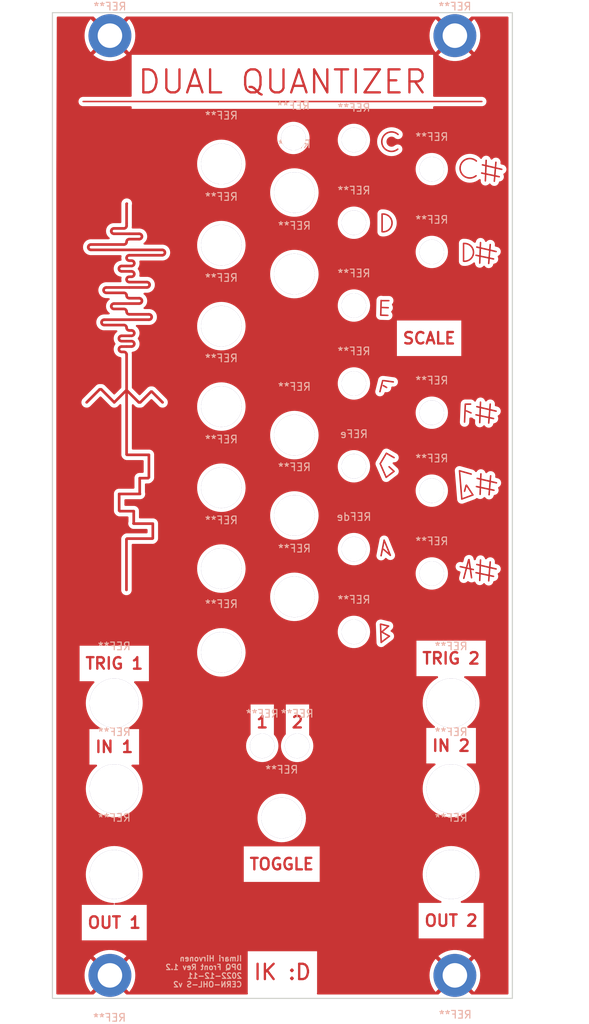
<source format=kicad_pcb>
(kicad_pcb (version 20211014) (generator pcbnew)
  (layers (0 "F.Cu" signal) (31 "B.Cu" signal) (34 "B.Paste" user) (35 "F.Paste" user) (36 "B.SilkS" user "B.Silkscreen") (37 "F.SilkS" user "F.Silkscreen") (38 "B.Mask" user) (39 "F.Mask" user) (44 "Edge.Cuts" user))
  (net 0 "")
  (net 1 "GND")
  (footprint "MountingHole:MountingHole_3.2mm_M3" (layer "F.Cu") (at 50.531 21.303)
    (fp_text reference "REF**" (at 0 -4.2) (layer "B.SilkS") (effects (justify mirror)))
    (fp_text value "MountingHole_3.2mm_M3")
    (pad "" thru_hole circle (at 0 0) (size 3.2 3.2) (drill 3.2) (layers *.Cu *.Mask))
  )
  (footprint "MountingHole:MountingHole_3.2mm_M3" (layer "F.Cu") (at 40.371 17.493)
    (fp_text reference "REF**" (at 0 -4.2) (layer "B.SilkS") (effects (justify mirror)))
    (fp_text value "MountingHole_3.2mm_M3")
    (pad "" thru_hole circle (at 0 0) (size 3.2 3.2) (drill 3.2) (layers *.Cu *.Mask))
  )
  (footprint "MountingHole:MountingHole_3.2mm_M3_DIN965_Pad" (layer "B.Cu") (at 53.543 126.403 180)
    (fp_text reference "REF**" (at -0.046 -5.114) (layer "B.SilkS") (effects (justify mirror)))
    (fp_text value "MountingHole_3.2mm_M3_DIN965_Pad")
    (pad "1" thru_hole circle (at 0 0 180) (size 5.6 5.6) (drill 3.2) (layers *.Cu *.Mask) (net 1 "GND"))
  )
  (footprint "MountingHole:MountingHole_6.4mm_M6" (layer "B.Cu") (at 9.109 113.251 180)
    (fp_text reference "REF**" (at 0 7.4) (layer "B.SilkS") (effects (justify mirror)))
    (fp_text value "MountingHole_6.4mm_M6")
    (pad "" thru_hole circle (at 0 0 180) (size 6.4 6.4) (drill 6.4) (layers *.Cu *.Mask))
  )
  (footprint "MountingHole:MountingHole_3.2mm_M3" (layer "B.Cu") (at 50.531 74.008 180)
    (fp_text reference "REF**" (at 0 4.2) (layer "B.SilkS") (effects (justify mirror)))
    (fp_text value "MountingHole_3.2mm_M3")
    (pad "" thru_hole circle (at 0 0 180) (size 3.2 3.2) (drill 3.2) (layers *.Cu *.Mask))
  )
  (footprint "MountingHole:MountingHole_5.3mm_M5" (layer "B.Cu") (at 32.604 34.983 180)
    (fp_text reference "REF**" (at 0 6.3) (layer "B.SilkS") (effects (justify mirror)))
    (fp_text value "MountingHole_5.3mm_M5")
    (pad "" thru_hole circle (at 0 0 180) (size 5.3 5.3) (drill 5.3) (layers *.Cu *.Mask))
  )
  (footprint "MountingHole:MountingHole_3.2mm_M3_DIN965_Pad" (layer "B.Cu") (at 53.543 3.903 180)
    (fp_text reference "REF**" (at 0 3.8) (layer "B.SilkS") (effects (justify mirror)))
    (fp_text value "MountingHole_3.2mm_M3_DIN965_Pad")
    (pad "1" thru_hole circle (at 0 0 180) (size 5.6 5.6) (drill 3.2) (layers *.Cu *.Mask) (net 1 "GND"))
  )
  (footprint "MountingHole:MountingHole_3.2mm_M3" (layer "B.Cu") (at 50.531 53.053 180)
    (fp_text reference "REF**" (at 0 4.2) (layer "B.SilkS") (effects (justify mirror)))
    (fp_text value "MountingHole_3.2mm_M3")
    (pad "" thru_hole circle (at 0 0 180) (size 3.2 3.2) (drill 3.2) (layers *.Cu *.Mask))
  )
  (footprint "MountingHole:MountingHole_5.3mm_M5" (layer "B.Cu") (at 32.604 24.351 180)
    (fp_text reference "REF**" (at 0 6.3) (layer "B.SilkS") (effects (justify mirror)))
    (fp_text value "MountingHole_5.3mm_M5")
    (pad "" thru_hole circle (at 0 0 180) (size 5.3 5.3) (drill 5.3) (layers *.Cu *.Mask))
  )
  (footprint "MountingHole:MountingHole_6.4mm_M6" (layer "B.Cu") (at 9.109 90.899 180)
    (fp_text reference "REF**" (at 0 7.4) (layer "B.SilkS") (effects (justify mirror)))
    (fp_text value "MountingHole_6.4mm_M6")
    (pad "" thru_hole circle (at 0 0 180) (size 6.4 6.4) (drill 6.4) (layers *.Cu *.Mask))
  )
  (footprint "MountingHole:MountingHole_5.3mm_M5" (layer "B.Cu") (at 23.079 52.254 180)
    (fp_text reference "REF**" (at 0 6.3) (layer "B.SilkS") (effects (justify mirror)))
    (fp_text value "MountingHole_5.3mm_M5")
    (pad "" thru_hole circle (at 0 0 180) (size 5.3 5.3) (drill 5.3) (layers *.Cu *.Mask))
  )
  (footprint "MountingHole:MountingHole_3.2mm_M3" (layer "B.Cu") (at 50.531 63.213 180)
    (fp_text reference "REF**" (at 0 4.2) (layer "B.SilkS") (effects (justify mirror)))
    (fp_text value "MountingHole_3.2mm_M3")
    (pad "" thru_hole circle (at 0 0 180) (size 3.2 3.2) (drill 3.2) (layers *.Cu *.Mask))
  )
  (footprint "MountingHole:MountingHole_5.3mm_M5" (layer "B.Cu") (at 23.079 31.209 180)
    (fp_text reference "REF**" (at 0 6.3) (layer "B.SilkS") (effects (justify mirror)))
    (fp_text value "MountingHole_5.3mm_M5")
    (pad "" thru_hole circle (at 0 0 180) (size 5.3 5.3) (drill 5.3) (layers *.Cu *.Mask))
  )
  (footprint "MountingHole:MountingHole_3.2mm_M3" (layer "B.Cu") (at 40.371 49.243 180)
    (fp_text reference "REF**" (at 0 4.2) (layer "B.SilkS") (effects (justify mirror)))
    (fp_text value "MountingHole_3.2mm_M3")
    (pad "" thru_hole circle (at 0 0 180) (size 3.2 3.2) (drill 3.2) (layers *.Cu *.Mask))
  )
  (footprint "MountingHole:MountingHole_3.2mm_M3" (layer "B.Cu") (at 40.371 28.288 180)
    (fp_text reference "REF**" (at 0 4.2) (layer "B.SilkS") (effects (justify mirror)))
    (fp_text value "MountingHole_3.2mm_M3")
    (pad "" thru_hole circle (at 0 0 180) (size 3.2 3.2) (drill 3.2) (layers *.Cu *.Mask))
  )
  (footprint "MountingHole:MountingHole_3.2mm_M3" (layer "B.Cu") (at 40.371 60.038 180)
    (fp_text reference "REFe" (at 0 4.2) (layer "B.SilkS") (effects (justify mirror)))
    (fp_text value "MountingHole_3.2mm_M3")
    (pad "" thru_hole circle (at 0 0 180) (size 3.2 3.2) (drill 3.2) (layers *.Cu *.Mask))
  )
  (footprint "MountingHole:MountingHole_5.3mm_M5" (layer "B.Cu") (at 32.604 55.974 180)
    (fp_text reference "REF**" (at 0 6.3) (layer "B.SilkS") (effects (justify mirror)))
    (fp_text value "MountingHole_5.3mm_M5")
    (pad "" thru_hole circle (at 0 0 180) (size 5.3 5.3) (drill 5.3) (layers *.Cu *.Mask))
  )
  (footprint "MountingHole:MountingHole_3.2mm_M3" (layer "B.Cu") (at 50.531 32.098 180)
    (fp_text reference "REF**" (at 0 4.2) (layer "B.SilkS") (effects (justify mirror)))
    (fp_text value "MountingHole_3.2mm_M3")
    (pad "" thru_hole circle (at 0 0 180) (size 3.2 3.2) (drill 3.2) (layers *.Cu *.Mask))
  )
  (footprint "MountingHole:MountingHole_3.2mm_M3" (layer "B.Cu") (at 32.477 17.239 180)
    (fp_text reference "REF**" (at 0 4.2) (layer "B.SilkS") (effects (justify mirror)))
    (fp_text value "MountingHole_3.2mm_M3")
    (pad "" thru_hole circle (at 0 0 180) (size 3.2 3.2) (drill 3.2) (layers *.Cu *.Mask))
  )
  (footprint "MountingHole:MountingHole_5.3mm_M5" (layer "B.Cu") (at 23.079 73.373 180)
    (fp_text reference "REF**" (at 0 6.3) (layer "B.SilkS") (effects (justify mirror)))
    (fp_text value "MountingHole_5.3mm_M5")
    (pad "" thru_hole circle (at 0 0 180) (size 5.3 5.3) (drill 5.3) (layers *.Cu *.Mask))
  )
  (footprint "MountingHole:MountingHole_6.4mm_M6" (layer "B.Cu") (at 53.051 113.251 180)
    (fp_text reference "REF**" (at 0 7.4) (layer "B.SilkS") (effects (justify mirror)))
    (fp_text value "MountingHole_6.4mm_M6")
    (pad "" thru_hole circle (at 0 0 180) (size 6.4 6.4) (drill 6.4) (layers *.Cu *.Mask))
  )
  (footprint "MountingHole:MountingHole_3.2mm_M3" (layer "B.Cu") (at 28.413 96.487 180)
    (fp_text reference "REF**" (at 0 4.2) (layer "B.SilkS") (effects (justify mirror)))
    (fp_text value "MountingHole_3.2mm_M3")
    (pad "" thru_hole circle (at 0 0 180) (size 3.2 3.2) (drill 3.2) (layers *.Cu *.Mask))
  )
  (footprint "MountingHole:MountingHole_3.2mm_M3" (layer "B.Cu") (at 40.371 81.628 180)
    (fp_text reference "REF**" (at 0 4.2) (layer "B.SilkS") (effects (justify mirror)))
    (fp_text value "MountingHole_3.2mm_M3")
    (pad "" thru_hole circle (at 0 0 180) (size 3.2 3.2) (drill 3.2) (layers *.Cu *.Mask))
  )
  (footprint "MountingHole:MountingHole_6.4mm_M6" (layer "B.Cu") (at 53.051 102.075 180)
    (fp_text reference "REF**" (at 0 7.4) (layer "B.SilkS") (effects (justify mirror)))
    (fp_text value "MountingHole_6.4mm_M6")
    (pad "" thru_hole circle (at 0 0 180) (size 6.4 6.4) (drill 6.4) (layers *.Cu *.Mask))
  )
  (footprint "MountingHole:MountingHole_3.2mm_M3" (layer "B.Cu") (at 32.965 96.487 180)
    (fp_text reference "REF**" (at 0 4.2) (layer "B.SilkS") (effects (justify mirror)))
    (fp_text value "MountingHole_3.2mm_M3")
    (pad "" thru_hole circle (at 0 0 180) (size 3.2 3.2) (drill 3.2) (layers *.Cu *.Mask))
  )
  (footprint "MountingHole:MountingHole_3.2mm_M3_DIN965_Pad" (layer "B.Cu") (at 8.543 3.903 180)
    (fp_text reference "REF**" (at 0 3.8) (layer "B.SilkS") (effects (justify mirror)))
    (fp_text value "MountingHole_3.2mm_M3_DIN965_Pad")
    (pad "1" thru_hole circle (at 0 0 180) (size 5.6 5.6) (drill 3.2) (layers *.Cu *.Mask) (net 1 "GND"))
  )
  (footprint "MountingHole:MountingHole_5.3mm_M5" (layer "B.Cu") (at 23.079 41.771 180)
    (fp_text reference "REF**" (at 0 6.3) (layer "B.SilkS") (effects (justify mirror)))
    (fp_text value "MountingHole_5.3mm_M5")
    (pad "" thru_hole circle (at 0 0 180) (size 5.3 5.3) (drill 5.3) (layers *.Cu *.Mask))
  )
  (footprint "MountingHole:MountingHole_3.2mm_M3" (layer "B.Cu") (at 40.371 70.833 180)
    (fp_text reference "REFde" (at 0 4.2) (layer "B.SilkS") (effects (justify mirror)))
    (fp_text value "MountingHole_3.2mm_M3")
    (pad "" thru_hole circle (at 0 0 180) (size 3.2 3.2) (drill 3.2) (layers *.Cu *.Mask))
  )
  (footprint "MountingHole:MountingHole_3.2mm_M3" (layer "B.Cu") (at 40.371 39.083 180)
    (fp_text reference "REF**" (at 0 4.2) (layer "B.SilkS") (effects (justify mirror)))
    (fp_text value "MountingHole_3.2mm_M3")
    (pad "" thru_hole circle (at 0 0 180) (size 3.2 3.2) (drill 3.2) (layers *.Cu *.Mask))
  )
  (footprint "MountingHole:MountingHole_3.2mm_M3_DIN965_Pad" (layer "B.Cu") (at 8.543 126.403 180)
    (fp_text reference "REF**" (at 0.054 -5.514) (layer "B.SilkS") (effects (justify mirror)))
    (fp_text value "MountingHole_3.2mm_M3_DIN965_Pad")
    (pad "1" thru_hole circle locked (at 0 0 180) (size 5.6 5.6) (drill 3.2) (layers *.Cu *.Mask) (net 1 "GND"))
  )
  (footprint "MountingHole:MountingHole_5.3mm_M5" (layer "B.Cu") (at 23.079 84.295 180)
    (fp_text reference "REF**" (at 0 6.3) (layer "B.SilkS") (effects (justify mirror)))
    (fp_text value "MountingHole_5.3mm_M5")
    (pad "" thru_hole circle (at 0 0 180) (size 5.3 5.3) (drill 5.3) (layers *.Cu *.Mask))
  )
  (footprint "MountingHole:MountingHole_5.3mm_M5" (layer "B.Cu") (at 23.079 62.832 180)
    (fp_text reference "REF**" (at 0 6.3) (layer "B.SilkS") (effects (justify mirror)))
    (fp_text value "MountingHole_5.3mm_M5")
    (pad "" thru_hole circle (at 0 0 180) (size 5.3 5.3) (drill 5.3) (layers *.Cu *.Mask))
  )
  (footprint "MountingHole:MountingHole_5.3mm_M5" (layer "B.Cu") (at 30.953 105.885 180)
    (fp_text reference "REF**" (at 0 6.3) (layer "B.SilkS") (effects (justify mirror)))
    (fp_text value "MountingHole_5.3mm_M5")
    (pad "" thru_hole circle (at 0 0 180) (size 5.3 5.3) (drill 5.3) (layers *.Cu *.Mask))
  )
  (footprint "MountingHole:MountingHole_5.3mm_M5" (layer "B.Cu") (at 32.604 77.056 180)
    (fp_text reference "REF**" (at 0 6.3) (layer "B.SilkS") (effects (justify mirror)))
    (fp_text value "MountingHole_5.3mm_M5")
    (pad "" thru_hole circle (at 0 0 180) (size 5.3 5.3) (drill 5.3) (layers *.Cu *.Mask))
  )
  (footprint "MountingHole:MountingHole_6.4mm_M6" (layer "B.Cu") (at 53.051 90.899 180)
    (fp_text reference "REF**" (at 0 7.4) (layer "B.SilkS") (effects (justify mirror)))
    (fp_text value "MountingHole_6.4mm_M6")
    (pad "" thru_hole circle (at 0 0 180) (size 6.4 6.4) (drill 6.4) (layers *.Cu *.Mask))
  )
  (footprint "MountingHole:MountingHole_6.4mm_M6" (layer "B.Cu") (at 9.109 102.075 180)
    (fp_text reference "REF**" (at 0 7.4) (layer "B.SilkS") (effects (justify mirror)))
    (fp_text value "MountingHole_6.4mm_M6")
    (pad "" thru_hole circle (at 0 0 180) (size 6.4 6.4) (drill 6.4) (layers *.Cu *.Mask))
  )
  (footprint "MountingHole:MountingHole_5.3mm_M5" (layer "B.Cu") (at 23.079 20.619 180)
    (fp_text reference "REF**" (at 0 6.3) (layer "B.SilkS") (effects (justify mirror)))
    (fp_text value "MountingHole_5.3mm_M5")
    (pad "" thru_hole circle (at 0 0 180) (size 5.3 5.3) (drill 5.3) (layers *.Cu *.Mask))
  )
  (footprint "MountingHole:MountingHole_5.3mm_M5" (layer "B.Cu") (at 32.604 66.45 180)
    (fp_text reference "REF**" (at 0 6.3) (layer "B.SilkS") (effects (justify mirror)))
    (fp_text value "MountingHole_5.3mm_M5")
    (pad "" thru_hole circle (at 0 0 180) (size 5.3 5.3) (drill 5.3) (layers *.Cu *.Mask))
  )
  (gr_line (start 58.1564 72.5094) (end 57.9532 74.9732) (layer "F.Cu") (width 0.2))
  (gr_line (start 43.873 40.338) (end 44.793 40.368) (layer "F.Cu") (width 0.2))
  (gr_arc (start 56.3022 22.1666) (mid 54.222437 21.162854) (end 56.342201 20.246601) (layer "F.Cu") (width 0.2))
  (gr_line (start 55.0322 51.9354) (end 55.591 51.9354) (layer "F.Cu") (width 0.2))
  (gr_line (start 56.4038 31.463) (end 58.9184 32.0472) (layer "F.Cu") (width 0.2))
  (gr_line (start 43.923 38.418) (end 43.873 40.338) (layer "F.Cu") (width 0.2))
  (gr_line (start 45.6088 60.6984) (end 44.9588 60.0984) (layer "F.Cu") (width 0.2))
  (gr_line (start 43.9162 71.6958) (end 44.3162 69.6758) (layer "F.Cu") (width 0.2))
  (gr_arc (start 46.088363 18.699943) (mid 44.0086 17.696197) (end 46.128364 16.779944) (layer "F.Cu") (width 0.2))
  (gr_line (start 44.04694 27.15108) (end 44.04694 29.46108) (layer "F.Cu") (width 0.2))
  (gr_line (start 57.0388 21.811) (end 59.3248 22.2936) (layer "F.Cu") (width 0.2))
  (gr_line (start 56.9372 61.0286) (end 56.8356 63.6956) (layer "F.Cu") (width 0.2))
  (gr_line (start 57.1404 20.7442) (end 59.655 21.3284) (layer "F.Cu") (width 0.2))
  (gr_line (start 54.1432 60.6222) (end 54.448 64.3052) (layer "F.Cu") (width 0.2))
  (gr_line (start 45.6088 58.9084) (end 44.6088 58.3384) (layer "F.Cu") (width 0.2))
  (gr_line (start 56.8864 72.2554) (end 56.7848 74.9224) (layer "F.Cu") (width 0.2))
  (gr_line (start 55.0576 52.8244) (end 55.6418 53.0784) (layer "F.Cu") (width 0.2))
  (gr_line (start 54.448 64.3052) (end 55.8958 63.7718) (layer "F.Cu") (width 0.2))
  (gr_arc (start 44.05694 27.16108) (mid 45.345655 28.286375) (end 44.110768 29.470491) (layer "F.Cu") (width 0.2))
  (gr_line (start 55.337 72.23) (end 54.702 74.643) (layer "F.Cu") (width 0.2))
  (gr_line (start 56.353 62.6796) (end 58.639 63.1622) (layer "F.Cu") (width 0.2))
  (gr_line (start 58.1564 51.9354) (end 57.9532 54.3992) (layer "F.Cu") (width 0.2))
  (gr_line (start 56.3022 32.5298) (end 58.5882 33.0124) (layer "F.Cu") (width 0.2))
  (gr_arc (start 54.683285 30.9981) (mid 55.972 32.123395) (end 54.737113 33.307511) (layer "F.Cu") (width 0.2))
  (gr_line (start 56.4546 61.6128) (end 58.9692 62.197) (layer "F.Cu") (width 0.2))
  (gr_line (start 55.6672 61.054) (end 54.1432 60.6222) (layer "F.Cu") (width 0.2))
  (gr_line (start 45.1262 71.6458) (end 44.2462 70.8658) (layer "F.Cu") (width 0.2))
  (gr_line (start 55.9466 73.5) (end 54.2448 73.119) (layer "F.Cu") (width 0.2))
  (gr_line (start 43.953 38.448) (end 44.923 38.448) (layer "F.Cu") (width 0.2))
  (gr_line (start 56.4038 52.2656) (end 58.9184 52.8498) (layer "F.Cu") (width 0.2))
  (gr_line (start 44.3162 69.6758) (end 45.1262 71.6458) (layer "F.Cu") (width 0.2))
  (gr_line (start 43.7988 59.6984) (end 44.5788 61.4784) (layer "F.Cu") (width 0.2))
  (gr_line (start 43.8392 80.6268) (end 43.9292 82.9968) (layer "F.Cu") (width 0.2))
  (gr_line (start 54.9052 51.9354) (end 54.8036 54.2722) (layer "F.Cu") (width 0.2))
  (gr_line (start 58.1564 31.1328) (end 57.9532 33.5966) (layer "F.Cu") (width 0.2))
  (gr_line (start 5.0546 12.4892) (end 57.0546 12.4892) (layer "F.Cu") (width 0.2))
  (gr_line (start 57.623 20.16) (end 57.5214 22.827) (layer "F.Cu") (width 0.2))
  (gr_line (start 43.99 81.6484) (end 44.89 80.8684) (layer "F.Cu") (width 0.2))
  (gr_line (start 54.8036 63.2892) (end 55.0068 62.5272) (layer "F.Cu") (width 0.2))
  (gr_line (start 56.8864 51.6814) (end 56.7848 54.3484) (layer "F.Cu") (width 0.2))
  (gr_line (start 44.5788 61.4784) (end 45.6088 60.6984) (layer "F.Cu") (width 0.2))
  (gr_line (start 44.9992 82.1868) (end 44.1492 81.7168) (layer "F.Cu") (width 0.2))
  (gr_line (start 56.3022 53.3324) (end 58.5882 53.815) (layer "F.Cu") (width 0.2))
  (gr_line (start 56.3022 73.9064) (end 58.5882 74.389) (layer "F.Cu") (width 0.2))
  (gr_line (start 56.8864 30.8788) (end 56.7848 33.5458) (layer "F.Cu") (width 0.2))
  (gr_line (start 44.2072 49.5198) (end 44.6372 49.7698) (layer "F.Cu") (width 0.2))
  (gr_line (start 58.893 20.414) (end 58.6898 22.8778) (layer "F.Cu") (width 0.2))
  (gr_line (start 58.2072 61.2826) (end 58.004 63.7464) (layer "F.Cu") (width 0.2))
  (gr_line (start 55.8958 63.7718) (end 55.0576 62.5018) (layer "F.Cu") (width 0.2))
  (gr_line (start 44.6088 58.3384) (end 43.7988 59.6984) (layer "F.Cu") (width 0.2))
  (gr_line (start 44.2572 48.8698) (end 45.5072 49.0398) (layer "F.Cu") (width 0.2))
  (gr_line (start 44.89 80.8684) (end 43.88 80.6184) (layer "F.Cu") (width 0.2))
  (gr_line (start 56.4038 72.8396) (end 58.9184 73.4238) (layer "F.Cu") (width 0.2))
  (gr_line (start 54.673285 30.9881) (end 54.673285 33.2981) (layer "F.Cu") (width 0.2))
  (gr_line (start 44.063 39.338) (end 44.843 39.368) (layer "F.Cu") (width 0.2))
  (gr_line (start 43.9292 82.9968) (end 44.9992 82.1868) (layer "F.Cu") (width 0.2))
  (gr_line (start 44.1272 48.8698) (end 43.7672 50.3098) (layer "F.Cu") (width 0.2))
  (gr_line (start 55.3878 72.2046) (end 55.718 74.5668) (layer "F.Cu") (width 0.2))
  (gr_rect (start 1.043 0.903) (end 61.043 129.403) (layer "Edge.Cuts") (width 0.15) (fill none))
  (gr_text "1" (at 28.413 93.403) (layer "F.Cu") (effects (font (size 1.5 1.5) (thickness 0.3))))
  (gr_text "DUAL QUANTIZER" (at 31.043 9.9238) (layer "F.Cu") (effects (font (size 3 3) (thickness 0.3))))
  (gr_text "TRIG 2" (at 53.051 85.0824) (layer "F.Cu") (effects (font (size 1.5 1.5) (thickness 0.3))))
  (gr_text "OUT 2\n" (at 53.051 119.2708) (layer "F.Cu") (effects (font (size 1.5 1.5) (thickness 0.3))))
  (gr_text "SCALE" (at 50.1808 43.3502) (layer "F.Cu") (effects (font (size 1.5 1.5) (thickness 0.3))))
  (gr_text "IK :D" (at 31.043 125.9764) (layer "F.Cu") (effects (font (size 2 2) (thickness 0.3))))
  (gr_text "2" (at 33.0104 93.403) (layer "F.Cu") (effects (font (size 1.5 1.5) (thickness 0.3))))
  (gr_text "TRIG 1" (at 9.109 85.7428) (layer "F.Cu") (effects (font (size 1.5 1.5) (thickness 0.3))))
  (gr_text "IN 2" (at 53.051 96.4616) (layer "F.Cu") (effects (font (size 1.5 1.5) (thickness 0.3))))
  (gr_text "OUT 1" (at 9.109 119.5248) (layer "F.Cu") (effects (font (size 1.5 1.5) (thickness 0.3))))
  (gr_text "IN 1\n" (at 9.109 96.614) (layer "F.Cu") (effects (font (size 1.5 1.5) (thickness 0.3))))
  (gr_text "TOGGLE" (at 30.953 111.903) (layer "F.Cu") (effects (font (size 1.5 1.5) (thickness 0.3))))
  (gr_text "Ilmari Hirvonen\nDPQ Front Rev 1.2\n2022-12-11 \nCERN-OHL-S v2" (at 25.8476 125.9002) (layer "B.SilkS") (effects (font (size 0.7 0.7)) (justify left mirror)))
  (segment (start 10.7192 25.8268) (end 10.743 25.803) (width 0.35) (layer "F.Cu") (net 0))
  (segment (start 5.5092 51.7066) (end 7.2092 50.0066) (width 0.35) (layer "F.Cu") (net 0))
  (segment (start 15.3692 31.8292) (end 11.0692 31.8292) (width 0.35) (layer "F.Cu") (net 0))
  (segment (start 11.3692 34.6292) (end 11.0692 34.6292) (width 0.35) (layer "F.Cu") (net 0))
  (segment (start 12.3092 51.7066) (end 12.5092 51.7066) (width 0.35) (layer "F.Cu") (net 0))
  (segment (start 6.0692 31.1292) (end 10.3692 31.1292) (width 0.35) (layer "F.Cu") (net 0))
  (segment (start 11.0692 30.4292) (end 12.3692 30.4292) (width 0.35) (layer "F.Cu") (net 0))
  (segment (start 9.7492 65.8066) (end 9.7492 63.6466) (width 0.35) (layer "F.Cu") (net 0))
  (segment (start 10.3692 37.4292) (end 8.0692 37.4292) (width 0.35) (layer "F.Cu") (net 0))
  (segment (start 10.3692 39.5292) (end 9.0692 39.5292) (width 0.35) (layer "F.Cu") (net 0))
  (segment (start 10.6992 76.1566) (end 10.6992 69.5466) (width 0.35) (layer "F.Cu") (net 0))
  (segment (start 14.1392 67.5166) (end 11.6492 67.5166) (width 0.35) (layer "F.Cu") (net 0))
  (segment (start 12.3692 29.7292) (end 11.0692 29.7292) (width 0.35) (layer "F.Cu") (net 0))
  (segment (start 10.3692 45.1292) (end 10.0692 45.1292) (width 0.35) (layer "F.Cu") (net 0))
  (segment (start 13.3692 36.0292) (end 11.0692 36.0292) (width 0.35) (layer "F.Cu") (net 0))
  (segment (start 11.6192 67.4866) (end 11.6492 67.4566) (width 0.35) (layer "F.Cu") (net 0))
  (segment (start 12.4592 63.6466) (end 12.4292 63.6166) (width 0.35) (layer "F.Cu") (net 0))
  (segment (start 12.4292 61.5866) (end 13.5192 61.5866) (width 0.35) (layer "F.Cu") (net 0))
  (segment (start 11.0692 38.8292) (end 12.3692 38.8292) (width 0.35) (layer "F.Cu") (net 0))
  (segment (start 10.3692 41.6292) (end 7.79979 41.6292) (width 0.35) (layer "F.Cu") (net 0))
  (segment (start 11.6492 65.8866) (end 9.8292 65.8866) (width 0.35) (layer "F.Cu") (net 0))
  (segment (start 10.7192 28.6792) (end 10.7192 28.36164) (width 0.35) (layer "F.Cu") (net 0))
  (segment (start 10.7192 58.4966) (end 10.7192 45.4792) (width 0.35) (layer "F.Cu") (net 0))
  (segment (start 13.5192 61.5866) (end 13.6292 61.4766) (width 0.35) (layer "F.Cu") (net 0))
  (segment (start 13.6292 61.4766) (end 13.6292 58.5466) (width 0.35) (layer "F.Cu") (net 0))
  (segment (start 13.63861 40.2292) (end 11.0692 40.2292) (width 0.35) (layer "F.Cu") (net 0))
  (segment (start 11.0692 31.8292) (end 6.0692 31.8292) (width 0.35) (layer "F.Cu") (net 0))
  (segment (start 12.5092 51.7066) (end 13.9092 50.3066) (width 0.35) (layer "F.Cu") (net 0))
  (segment (start 9.7492 63.6466) (end 12.4592 63.6466) (width 0.35) (layer "F.Cu") (net 0))
  (segment (start 7.4092 50.0066) (end 9.1092 51.7066) (width 0.35) (layer "F.Cu") (net 0))
  (segment (start 14.0092 50.3066) (end 15.4092 51.7066) (width 0.35) (layer "F.Cu") (net 0))
  (segment (start 11.3692 33.2292) (end 11.0692 33.2292) (width 0.35) (layer "F.Cu") (net 0))
  (segment (start 10.0692 33.9292) (end 10.7192 33.9292) (width 0.35) (layer "F.Cu") (net 0))
  (segment (start 13.9092 50.3066) (end 14.0092 50.3066) (width 0.35) (layer "F.Cu") (net 0))
  (segment (start 13.6292 58.5466) (end 10.7692 58.5466) (width 0.35) (layer "F.Cu") (net 0))
  (segment (start 10.6992 69.5466) (end 10.7792 69.4666) (width 0.35) (layer "F.Cu") (net 0))
  (segment (start 11.0692 35.3292) (end 11.3692 35.3292) (width 0.35) (layer "F.Cu") (net 0))
  (segment (start 12.3692 38.1292) (end 11.0692 38.1292) (width 0.35) (layer "F.Cu") (net 0))
  (segment (start 11.0692 40.9292) (end 13.63861 40.9292) (width 0.35) (layer "F.Cu") (net 0))
  (segment (start 11.0692 29.7292) (end 9.0692 29.7292) (width 0.35) (layer "F.Cu") (net 0))
  (segment (start 10.0692 43.0292) (end 11.0692 43.0292) (width 0.35) (layer "F.Cu") (net 0))
  (segment (start 11.0692 34.6292) (end 10.0692 34.6292) (width 0.35) (layer "F.Cu") (net 0))
  (segment (start 9.1092 51.7066) (end 10.7092 50.1066) (width 0.35) (layer "F.Cu") (net 0))
  (segment (start 10.7192 44.4292) (end 11.3692 44.4292) (width 0.35) (layer "F.Cu") (net 0))
  (segment (start 14.1392 69.4066) (end 14.1392 67.5166) (width 0.35) (layer "F.Cu") (net 0))
  (segment (start 10.0692 44.4292) (end 10.7192 44.4292) (width 0.35) (layer "F.Cu") (net 0))
  (segment (start 11.0692 43.0292) (end 11.3692 43.0292) (width 0.35) (layer "F.Cu") (net 0))
  (segment (start 10.7192 28.36164) (end 10.7192 25.8268) (width 0.35) (layer "F.Cu") (net 0))
  (segment (start 7.2092 50.0066) (end 7.4092 50.0066) (width 0.35) (layer "F.Cu") (net 0))
  (segment (start 12.4292 63.6166) (end 12.4292 61.5866) (width 0.35) (layer "F.Cu") (net 0))
  (segment (start 10.7692 58.5466) (end 10.7192 58.4966) (width 0.35) (layer "F.Cu") (net 0))
  (segment (start 11.6492 67.4566) (end 11.6492 65.8866) (width 0.35) (layer "F.Cu") (net 0))
  (segment (start 10.7192 33.9292) (end 11.3692 33.9292) (width 0.35) (layer "F.Cu") (net 0))
  (segment (start 9.0692 29.0292) (end 10.3692 29.0292) (width 0.35) (layer "F.Cu") (net 0))
  (segment (start 11.6492 67.5166) (end 11.6192 67.4866) (width 0.35) (layer "F.Cu") (net 0))
  (segment (start 11.0692 32.5292) (end 15.3692 32.5292) (width 0.35) (layer "F.Cu") (net 0))
  (segment (start 7.79979 40.9292) (end 11.0692 40.9292) (width 0.35) (layer "F.Cu") (net 0))
  (segment (start 10.7792 69.4666) (end 14.0792 69.4666) (width 0.35) (layer "F.Cu") (net 0))
  (segment (start 9.8292 65.8866) (end 9.7492 65.8066) (width 0.35) (layer "F.Cu") (net 0))
  (segment (start 10.7192 43.7292) (end 10.0692 43.7292) (width 0.35) (layer "F.Cu") (net 0))
  (segment (start 11.0692 36.7292) (end 13.3692 36.7292) (width 0.35) (layer "F.Cu") (net 0))
  (segment (start 9.0692 38.8292) (end 11.0692 38.8292) (width 0.35) (layer "F.Cu") (net 0))
  (segment (start 10.7092 50.1066) (end 12.3092 51.7066) (width 0.35) (layer "F.Cu") (net 0))
  (segment (start 14.0792 69.4666) (end 14.1392 69.4066) (width 0.35) (layer "F.Cu") (net 0))
  (segment (start 11.3692 42.3292) (end 11.0692 42.3292) (width 0.35) (layer "F.Cu") (net 0))
  (segment (start 11.3692 43.7292) (end 10.7192 43.7292) (width 0.35) (layer "F.Cu") (net 0))
  (segment (start 8.0692 36.7292) (end 11.0692 36.7292) (width 0.35) (layer "F.Cu") (net 0))
  (arc (start 5.7192 31.4792) (mid 5.821713 31.231713) (end 6.0692 31.1292) (width 0.35) (layer "F.Cu") (net 0))
  (arc (start 13.98861 40.5792) (mid 13.886097 40.331713) (end 13.63861 40.2292) (width 0.35) (layer "F.Cu") (net 0))
  (arc (start 11.0692 42.3292) (mid 10.821713 42.226687) (end 10.7192 41.9792) (width 0.35) (layer "F.Cu") (net 0))
  (arc (start 10.7192 32.8792) (mid 10.821713 32.631713) (end 11.0692 32.5292) (width 0.35) (layer "F.Cu") (net 0))
  (arc (start 6.0692 31.8292) (mid 5.821713 31.726687) (end 5.7192 31.4792) (width 0.35) (layer "F.Cu") (net 0))
  (arc (start 11.0692 36.0292) (mid 10.821713 35.926687) (end 10.7192 35.6792) (width 0.35) (layer "F.Cu") (net 0))
  (arc (start 11.3692 44.4292) (mid 11.616687 44.326687) (end 11.7192 44.0792) (width 0.35) (layer "F.Cu") (net 0))
  (arc (start 11.7192 42.6792) (mid 11.616687 42.431713) (end 11.3692 42.3292) (width 0.35) (layer "F.Cu") (net 0))
  (arc (start 13.3692 36.7292) (mid 13.616687 36.626687) (end 13.7192 36.3792) (width 0.35) (layer "F.Cu") (net 0))
  (arc (start 11.3692 33.9292) (mid 11.616687 33.826687) (end 11.7192 33.5792) (width 0.35) (layer "F.Cu") (net 0))
  (arc (start 8.7192 39.1792) (mid 8.821713 38.931713) (end 9.0692 38.8292) (width 0.35) (layer "F.Cu") (net 0))
  (arc (start 10.0692 34.6292) (mid 9.821713 34.526687) (end 9.7192 34.2792) (width 0.35) (layer "F.Cu") (net 0))
  (arc (start 12.7192 30.0792) (mid 12.616687 29.831713) (end 12.3692 29.7292) (width 0.35) (layer "F.Cu") (net 0))
  (arc (start 15.7192 32.1792) (mid 15.616687 31.931713) (end 15.3692 31.8292) (width 0.35) (layer "F.Cu") (net 0))
  (arc (start 11.3692 35.3292) (mid 11.616687 35.226687) (end 11.7192 34.9792) (width 0.35) (layer "F.Cu") (net 0))
  (arc (start 9.7192 34.2792) (mid 9.821713 34.031713) (end 10.0692 33.9292) (width 0.35) (layer "F.Cu") (net 0))
  (arc (start 10.0692 45.1292) (mid 9.821713 45.026687) (end 9.7192 44.7792) (width 0.35) (layer "F.Cu") (net 0))
  (arc (start 9.0692 39.5292) (mid 8.821713 39.426687) (end 8.7192 39.1792) (width 0.35) (layer "F.Cu") (net 0))
  (arc (start 11.0692 38.1292) (mid 10.821713 38.026687) (end 10.7192 37.7792) (width 0.35) (layer "F.Cu") (net 0))
  (arc (start 7.79979 41.6292) (mid 7.552303 41.526687) (end 7.44979 41.2792) (width 0.35) (layer "F.Cu") (net 0))
  (arc (start 10.7192 30.7792) (mid 10.821713 30.531713) (end 11.0692 30.4292) (width 0.35) (layer "F.Cu") (net 0))
  (arc (start 10.3692 29.0292) (mid 10.616687 28.926687) (end 10.7192 28.6792) (width 0.35) (layer "F.Cu") (net 0))
  (arc (start 12.3692 38.8292) (mid 12.616687 38.726687) (end 12.7192 38.4792) (width 0.35) (layer "F.Cu") (net 0))
  (arc (start 10.3692 31.1292) (mid 10.616687 31.026687) (end 10.7192 30.7792) (width 0.35) (layer "F.Cu") (net 0))
  (arc (start 10.7192 41.9792) (mid 10.616687 41.731713) (end 10.3692 41.6292) (width 0.35) (layer "F.Cu") (net 0))
  (arc (start 9.0692 29.7292) (mid 8.821713 29.626687) (end 8.7192 29.3792) (width 0.35) (layer "F.Cu") (net 0))
  (arc (start 11.7192 44.0792) (mid 11.616687 43.831713) (end 11.3692 43.7292) (width 0.35) (layer "F.Cu") (net 0))
  (arc (start 11.0692 40.2292) (mid 10.821713 40.126687) (end 10.7192 39.8792) (width 0.35) (layer "F.Cu") (net 0))
  (arc (start 10.7192 39.8792) (mid 10.616687 39.631713) (end 10.3692 39.5292) (width 0.35) (layer "F.Cu") (net 0))
  (arc (start 10.7192 45.4792) (mid 10.616687 45.231713) (end 10.3692 45.1292) (width 0.35) (layer "F.Cu") (net 0))
  (arc (start 9.7192 44.7792) (mid 9.821713 44.531713) (end 10.0692 44.4292) (width 0.35) (layer "F.Cu") (net 0))
  (arc (start 8.7192 29.3792) (mid 8.821713 29.131713) (end 9.0692 29.0292) (width 0.35) (layer "F.Cu") (net 0))
  (arc (start 7.7192 37.0792) (mid 7.821713 36.831713) (end 8.0692 36.7292) (width 0.35) (layer "F.Cu") (net 0))
  (arc (start 11.7192 34.9792) (mid 11.616687 34.731713) (end 11.3692 34.6292) (width 0.35) (layer "F.Cu") (net 0))
  (arc (start 15.3692 32.5292) (mid 15.616687 32.426687) (end 15.7192 32.1792) (width 0.35) (layer "F.Cu") (net 0))
  (arc (start 11.3692 43.0292) (mid 11.616687 42.926687) (end 11.7192 42.6792) (width 0.35) (layer "F.Cu") (net 0))
  (arc (start 10.7192 35.6792) (mid 10.821713 35.431713) (end 11.0692 35.3292) (width 0.35) (layer "F.Cu") (net 0))
  (arc (start 9.7192 43.3792) (mid 9.821713 43.131713) (end 10.0692 43.0292) (width 0.35) (layer "F.Cu") (net 0))
  (arc (start 7.44979 41.2792) (mid 7.552303 41.031713) (end 7.79979 40.9292) (width 0.35) (layer "F.Cu") (net 0))
  (arc (start 11.0692 33.2292) (mid 10.821713 33.126687) (end 10.7192 32.8792) (width 0.35) (layer "F.Cu") (net 0))
  (arc (start 13.7192 36.3792) (mid 13.616687 36.131713) (end 13.3692 36.0292) (width 0.35) (layer "F.Cu") (net 0))
  (arc (start 12.3692 30.4292) (mid 12.616687 30.326687) (end 12.7192 30.0792) (width 0.35) (layer "F.Cu") (net 0))
  (arc (start 11.7192 33.5792) (mid 11.616687 33.331713) (end 11.3692 33.2292) (width 0.35) (layer "F.Cu") (net 0))
  (arc (start 8.0692 37.4292) (mid 7.821713 37.326687) (end 7.7192 37.0792) (width 0.35) (layer "F.Cu") (net 0))
  (arc (start 12.7192 38.4792) (mid 12.616687 38.231713) (end 12.3692 38.1292) (width 0.35) (layer "F.Cu") (net 0))
  (arc (start 10.0692 43.7292) (mid 9.821713 43.626687) (end 9.7192 43.3792) (width 0.35) (layer "F.Cu") (net 0))
  (arc (start 13.63861 40.9292) (mid 13.886097 40.826687) (end 13.98861 40.5792) (width 0.35) (layer "F.Cu") (net 0))
  (arc (start 10.7192 37.7792) (mid 10.616687 37.531713) (end 10.3692 37.4292) (width 0.35) (layer "F.Cu") (net 0))
  (zone (net 1) (net_name "GND") (layer "F.Cu") (connect_pads (clearance 0.508)) (min_thickness 0.254) (fill yes (thermal_gap 0.508) (thermal_bridge_width 0.508))
    (polygon (pts (xy 63.084 131.158) (xy 1.235 131.158) (xy 1.616 -0.16) (xy 63.084 -0.287)))
  )
)
</source>
